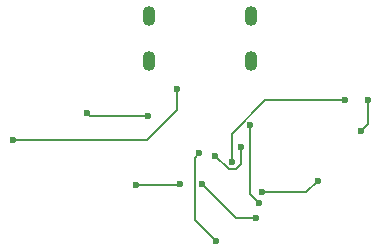
<source format=gbr>
%TF.GenerationSoftware,KiCad,Pcbnew,8.0.6*%
%TF.CreationDate,2025-05-21T19:35:09-04:00*%
%TF.ProjectId,ir_controller,69725f63-6f6e-4747-926f-6c6c65722e6b,rev?*%
%TF.SameCoordinates,Original*%
%TF.FileFunction,Copper,L2,Bot*%
%TF.FilePolarity,Positive*%
%FSLAX46Y46*%
G04 Gerber Fmt 4.6, Leading zero omitted, Abs format (unit mm)*
G04 Created by KiCad (PCBNEW 8.0.6) date 2025-05-21 19:35:09*
%MOMM*%
%LPD*%
G01*
G04 APERTURE LIST*
%TA.AperFunction,ComponentPad*%
%ADD10O,1.100000X1.700000*%
%TD*%
%TA.AperFunction,ViaPad*%
%ADD11C,0.600000*%
%TD*%
%TA.AperFunction,Conductor*%
%ADD12C,0.200000*%
%TD*%
G04 APERTURE END LIST*
D10*
%TO.P,J1,S1,SHIELD*%
%TO.N,/SHIELD*%
X52654200Y-37505800D03*
X52654200Y-33705800D03*
X44014200Y-37505800D03*
X44014200Y-33705800D03*
%TD*%
D11*
%TO.N,/+3.3V*%
X38735400Y-41922100D03*
X43881600Y-42164000D03*
%TO.N,GND*%
X42849800Y-48006000D03*
X46634400Y-47942400D03*
%TO.N,/GESTURE_INT*%
X50976769Y-46059743D03*
%TO.N,/+3.3V*%
X49606200Y-45542200D03*
X51739800Y-44754800D03*
%TO.N,/+1.1V*%
X48256851Y-45332294D03*
X49682400Y-52781200D03*
%TO.N,GND*%
X53035200Y-50800000D03*
X48476000Y-47942400D03*
%TO.N,/GESTURE_INT*%
X60594800Y-40831000D03*
%TO.N,/I2C_SCL*%
X58270608Y-47628008D03*
X53517800Y-48615600D03*
%TO.N,/I2C_SDA*%
X53289200Y-49542400D03*
X52535685Y-42959885D03*
%TO.N,GND*%
X61934800Y-43434000D03*
X62534800Y-40831000D03*
%TO.N,VBUS*%
X32435400Y-44222100D03*
X46355000Y-39903400D03*
%TD*%
D12*
%TO.N,/+3.3V*%
X38977300Y-42164000D02*
X38735400Y-41922100D01*
X43881600Y-42164000D02*
X38977300Y-42164000D01*
%TO.N,VBUS*%
X43788900Y-44222100D02*
X32435400Y-44222100D01*
X46355000Y-41656000D02*
X43788900Y-44222100D01*
X46355000Y-39903400D02*
X46355000Y-41656000D01*
%TO.N,GND*%
X46634400Y-47942400D02*
X46570800Y-48006000D01*
X46570800Y-48006000D02*
X42849800Y-48006000D01*
%TO.N,/+1.1V*%
X47876000Y-50974800D02*
X49682400Y-52781200D01*
X47876000Y-45713145D02*
X47876000Y-50974800D01*
X48256851Y-45332294D02*
X47876000Y-45713145D01*
%TO.N,/GESTURE_INT*%
X53816041Y-40831000D02*
X60594800Y-40831000D01*
X50977800Y-43669241D02*
X53816041Y-40831000D01*
X50977800Y-46177200D02*
X50977800Y-43669241D01*
%TO.N,/+3.3V*%
X50723800Y-46659800D02*
X49606200Y-45542200D01*
X51308000Y-46659800D02*
X50723800Y-46659800D01*
X51739800Y-46228000D02*
X51308000Y-46659800D01*
X51739800Y-44754800D02*
X51739800Y-46228000D01*
%TO.N,GND*%
X51333600Y-50800000D02*
X48476000Y-47942400D01*
X53035200Y-50800000D02*
X51333600Y-50800000D01*
%TO.N,/I2C_SCL*%
X57283016Y-48615600D02*
X53517800Y-48615600D01*
X58270608Y-47628008D02*
X57283016Y-48615600D01*
%TO.N,/I2C_SDA*%
X52535685Y-42959885D02*
X52535685Y-48788885D01*
X52535685Y-48788885D02*
X53289200Y-49542400D01*
%TO.N,GND*%
X61934800Y-43434000D02*
X62534800Y-42834000D01*
X62534800Y-42834000D02*
X62534800Y-40831000D01*
%TD*%
M02*

</source>
